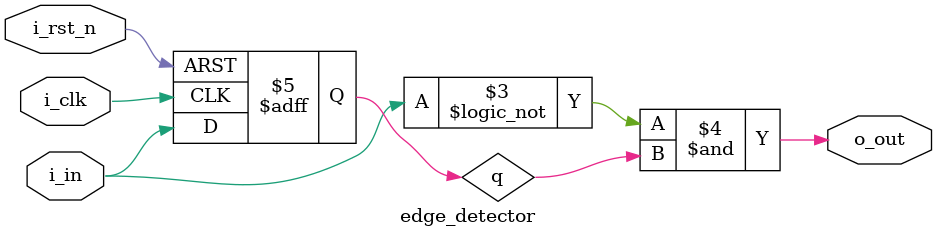
<source format=v>
module edge_detector (
  input  wire i_clk,
  input  wire i_rst_n,
  input  wire i_in,
  output wire o_out
);

reg q;

always @(posedge i_clk, negedge i_rst_n) begin
  if (!i_rst_n)
    q <= 1'b0;
  else
    q <= i_in;
end

assign o_out = !i_in & q;
endmodule
</source>
